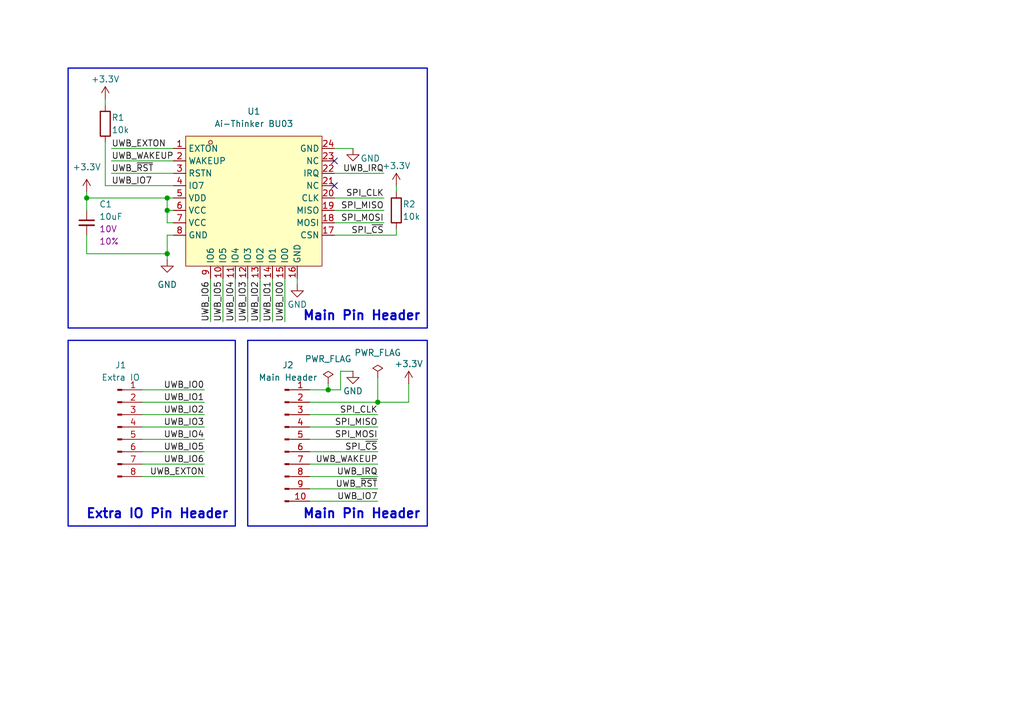
<source format=kicad_sch>
(kicad_sch (version 20250114) (generator "eeschema") (generator_version "9.0")
  (paper "A5")
  (title_block (title "Breakout Board for Ai-Thinker BU03") (date "2025-09-18") (rev "v1.0") (company "Designed by Adrien Lesage") (comment 1 "© CC BY-SA 4.0"))
  (lib_symbols
    (symbol "Connector:Conn_01x08_Pin" (pin_names (offset 1.016) (hide yes))
      (property "Reference" "J" (at 0 10.16 0))
      (property "Value" "Conn_01x08_Pin" (at 0 -12.7 0))
      (symbol "Conn_01x08_Pin_1_1"
        (rectangle (start 0.8636 7.747) (end 0 7.493) (stroke (width 0.1524)) (fill (type outline)))
        (rectangle (start 0.8636 5.207) (end 0 4.953) (stroke (width 0.1524)) (fill (type outline)))
        (rectangle (start 0.8636 2.667) (end 0 2.413) (stroke (width 0.1524)) (fill (type outline)))
        (rectangle (start 0.8636 0.127) (end 0 -0.127) (stroke (width 0.1524)) (fill (type outline)))
        (rectangle (start 0.8636 -2.413) (end 0 -2.667) (stroke (width 0.1524)) (fill (type outline)))
        (rectangle (start 0.8636 -4.953) (end 0 -5.207) (stroke (width 0.1524)) (fill (type outline)))
        (rectangle (start 0.8636 -7.493) (end 0 -7.747) (stroke (width 0.1524)) (fill (type outline)))
        (rectangle (start 0.8636 -10.033) (end 0 -10.287) (stroke (width 0.1524)) (fill (type outline)))
        (polyline (pts (xy 1.27 7.62) (xy 0.8636 7.62)) (stroke (width 0.1524)))
        (polyline (pts (xy 1.27 5.08) (xy 0.8636 5.08)) (stroke (width 0.1524)))
        (polyline (pts (xy 1.27 2.54) (xy 0.8636 2.54)) (stroke (width 0.1524)))
        (polyline (pts (xy 1.27 0) (xy 0.8636 0)) (stroke (width 0.1524)))
        (polyline (pts (xy 1.27 -2.54) (xy 0.8636 -2.54)) (stroke (width 0.1524)))
        (polyline (pts (xy 1.27 -5.08) (xy 0.8636 -5.08)) (stroke (width 0.1524)))
        (polyline (pts (xy 1.27 -7.62) (xy 0.8636 -7.62)) (stroke (width 0.1524)))
        (polyline (pts (xy 1.27 -10.16) (xy 0.8636 -10.16)) (stroke (width 0.1524)))
        (pin passive line (at 5.08 7.62 180) (length 3.81) (name "Pin_1") (number "1"))
        (pin passive line (at 5.08 5.08 180) (length 3.81) (name "Pin_2") (number "2"))
        (pin passive line (at 5.08 2.54 180) (length 3.81) (name "Pin_3") (number "3"))
        (pin passive line (at 5.08 0 180) (length 3.81) (name "Pin_4") (number "4"))
        (pin passive line (at 5.08 -2.54 180) (length 3.81) (name "Pin_5") (number "5"))
        (pin passive line (at 5.08 -5.08 180) (length 3.81) (name "Pin_6") (number "6"))
        (pin passive line (at 5.08 -7.62 180) (length 3.81) (name "Pin_7") (number "7"))
        (pin passive line (at 5.08 -10.16 180) (length 3.81) (name "Pin_8") (number "8"))
      )
    )
    (symbol "Connector:Conn_01x10_Pin" (pin_names (offset 1.016) (hide yes))
      (property "Reference" "J" (at 0 12.7 0))
      (property "Value" "Conn_01x10_Pin" (at 0 -15.24 0))
      (symbol "Conn_01x10_Pin_1_1"
        (rectangle (start 0.8636 10.287) (end 0 10.033) (stroke (width 0.1524)) (fill (type outline)))
        (rectangle (start 0.8636 7.747) (end 0 7.493) (stroke (width 0.1524)) (fill (type outline)))
        (rectangle (start 0.8636 5.207) (end 0 4.953) (stroke (width 0.1524)) (fill (type outline)))
        (rectangle (start 0.8636 2.667) (end 0 2.413) (stroke (width 0.1524)) (fill (type outline)))
        (rectangle (start 0.8636 0.127) (end 0 -0.127) (stroke (width 0.1524)) (fill (type outline)))
        (rectangle (start 0.8636 -2.413) (end 0 -2.667) (stroke (width 0.1524)) (fill (type outline)))
        (rectangle (start 0.8636 -4.953) (end 0 -5.207) (stroke (width 0.1524)) (fill (type outline)))
        (rectangle (start 0.8636 -7.493) (end 0 -7.747) (stroke (width 0.1524)) (fill (type outline)))
        (rectangle (start 0.8636 -10.033) (end 0 -10.287) (stroke (width 0.1524)) (fill (type outline)))
        (rectangle (start 0.8636 -12.573) (end 0 -12.827) (stroke (width 0.1524)) (fill (type outline)))
        (polyline (pts (xy 1.27 10.16) (xy 0.8636 10.16)) (stroke (width 0.1524)))
        (polyline (pts (xy 1.27 7.62) (xy 0.8636 7.62)) (stroke (width 0.1524)))
        (polyline (pts (xy 1.27 5.08) (xy 0.8636 5.08)) (stroke (width 0.1524)))
        (polyline (pts (xy 1.27 2.54) (xy 0.8636 2.54)) (stroke (width 0.1524)))
        (polyline (pts (xy 1.27 0) (xy 0.8636 0)) (stroke (width 0.1524)))
        (polyline (pts (xy 1.27 -2.54) (xy 0.8636 -2.54)) (stroke (width 0.1524)))
        (polyline (pts (xy 1.27 -5.08) (xy 0.8636 -5.08)) (stroke (width 0.1524)))
        (polyline (pts (xy 1.27 -7.62) (xy 0.8636 -7.62)) (stroke (width 0.1524)))
        (polyline (pts (xy 1.27 -10.16) (xy 0.8636 -10.16)) (stroke (width 0.1524)))
        (polyline (pts (xy 1.27 -12.7) (xy 0.8636 -12.7)) (stroke (width 0.1524)))
        (pin passive line (at 5.08 10.16 180) (length 3.81) (name "Pin_1") (number "1"))
        (pin passive line (at 5.08 7.62 180) (length 3.81) (name "Pin_2") (number "2"))
        (pin passive line (at 5.08 5.08 180) (length 3.81) (name "Pin_3") (number "3"))
        (pin passive line (at 5.08 2.54 180) (length 3.81) (name "Pin_4") (number "4"))
        (pin passive line (at 5.08 0 180) (length 3.81) (name "Pin_5") (number "5"))
        (pin passive line (at 5.08 -2.54 180) (length 3.81) (name "Pin_6") (number "6"))
        (pin passive line (at 5.08 -5.08 180) (length 3.81) (name "Pin_7") (number "7"))
        (pin passive line (at 5.08 -7.62 180) (length 3.81) (name "Pin_8") (number "8"))
        (pin passive line (at 5.08 -10.16 180) (length 3.81) (name "Pin_9") (number "9"))
        (pin passive line (at 5.08 -12.7 180) (length 3.81) (name "Pin_10") (number "10"))
      )
    )
    (symbol "Device:R" (pin_numbers (hide yes)) (pin_names (offset 0))
      (property "Reference" "R" (at 2.032 0 90))
      (property "Value" "R" (at 0 0 90))
      (symbol "R_0_1"
        (rectangle (start -1.016 -2.54) (end 1.016 2.54) (stroke (width 0.254)))
      )
      (symbol "R_1_1"
        (pin passive line (at 0 3.81 270) (length 1.27) (name "~") (number "1"))
        (pin passive line (at 0 -3.81 90) (length 1.27) (name "~") (number "2"))
      )
    )
    (symbol "SparkFun-Capacitor:C" (pin_numbers (hide yes)) (pin_names (offset 0.254))
      (property "Reference" "C" (at 0.635 2.54 0))
      (property "Value" "C" (at 0.635 -2.54 0))
      (property "Voltage" "1kV" (at 0 -6.35 0))
      (property "Tolerance" "100%" (at 0 -8.89 0))
      (symbol "C_0_1"
        (polyline (pts (xy -1.524 0.508) (xy 1.524 0.508)) (stroke (width 0.3048)))
        (polyline (pts (xy -1.524 -0.508) (xy 1.524 -0.508)) (stroke (width 0.3302)))
      )
      (symbol "C_1_1"
        (pin passive line (at 0 2.54 270) (length 2.032) (name "~") (number "1"))
        (pin passive line (at 0 -2.54 90) (length 2.032) (name "~") (number "2"))
      )
    )
    (symbol "easyeda2kicad:BU03"
      (property "Reference" "U" (at 0 20.574 0))
      (property "Value" "Ai-Thinker BU03" (at 0 18.034 0))
      (symbol "BU03_0_1"
        (rectangle (start -13.97 16.51) (end 13.97 -10.16) (fill (type background)))
        (circle (center -8.89 15.24) (radius 0.38))
        (pin unspecified line (at -16.51 13.97 0) (length 2.54) (name "EXTON") (number "1"))
        (pin unspecified line (at -16.51 11.43 0) (length 2.54) (name "WAKEUP") (number "2"))
        (pin unspecified line (at -16.51 8.89 0) (length 2.54) (name "RSTN") (number "3"))
        (pin unspecified line (at -16.51 6.35 0) (length 2.54) (name "IO7") (number "4"))
        (pin unspecified line (at -16.51 3.81 0) (length 2.54) (name "VDD") (number "5"))
        (pin unspecified line (at -16.51 1.27 0) (length 2.54) (name "VCC") (number "6"))
        (pin unspecified line (at -16.51 -1.27 0) (length 2.54) (name "VCC") (number "7"))
        (pin unspecified line (at -16.51 -3.81 0) (length 2.54) (name "GND") (number "8"))
        (pin unspecified line (at -8.89 -12.7 90) (length 2.54) (name "IO6") (number "9"))
        (pin unspecified line (at -6.35 -12.7 90) (length 2.54) (name "IO5") (number "10"))
        (pin unspecified line (at -3.81 -12.7 90) (length 2.54) (name "IO4") (number "11"))
        (pin unspecified line (at -1.27 -12.7 90) (length 2.54) (name "IO3") (number "12"))
        (pin unspecified line (at 1.27 -12.7 90) (length 2.54) (name "IO2") (number "13"))
        (pin unspecified line (at 3.81 -12.7 90) (length 2.54) (name "IO1") (number "14"))
        (pin unspecified line (at 6.35 -12.7 90) (length 2.54) (name "IO0") (number "15"))
        (pin unspecified line (at 8.89 -12.7 90) (length 2.54) (name "GND") (number "16"))
        (pin unspecified line (at 16.51 13.97 180) (length 2.54) (name "GND") (number "24"))
        (pin unspecified line (at 16.51 11.43 180) (length 2.54) (name "NC") (number "23"))
        (pin unspecified line (at 16.51 8.89 180) (length 2.54) (name "IRQ") (number "22"))
        (pin unspecified line (at 16.51 6.35 180) (length 2.54) (name "NC") (number "21"))
        (pin unspecified line (at 16.51 3.81 180) (length 2.54) (name "CLK") (number "20"))
        (pin unspecified line (at 16.51 1.27 180) (length 2.54) (name "MISO") (number "19"))
        (pin unspecified line (at 16.51 -1.27 180) (length 2.54) (name "MOSI") (number "18"))
        (pin unspecified line (at 16.51 -3.81 180) (length 2.54) (name "CSN") (number "17"))
      )
    )
    (symbol "power:+3.3V" (power) (pin_numbers (hide yes)) (pin_names (offset 0) (hide yes))
      (property "Value" "+3.3V" (at 0 3.556 0))
      (symbol "+3.3V_0_1"
        (polyline (pts (xy -0.762 1.27) (xy 0 2.54)))
        (polyline (pts (xy 0 2.54) (xy 0.762 1.27)))
        (polyline (pts (xy 0 0) (xy 0 2.54)))
      )
      (symbol "+3.3V_1_1"
        (pin power_in line (at 0 0 90) (length 0) (name "~") (number "1"))
      )
    )
    (symbol "power:GND" (power) (pin_numbers (hide yes)) (pin_names (offset 0) (hide yes))
      (property "Value" "GND" (at 0 -3.81 0))
      (symbol "GND_0_1"
        (polyline (pts (xy 0 0) (xy 0 -1.27) (xy 1.27 -1.27) (xy 0 -2.54) (xy -1.27 -1.27) (xy 0 -1.27)))
      )
      (symbol "GND_1_1"
        (pin power_in line (at 0 0 270) (length 0) (name "~") (number "1"))
      )
    )
    (symbol "power:PWR_FLAG" (power) (pin_numbers (hide yes)) (pin_names (offset 0) (hide yes))
      (property "Value" "PWR_FLAG" (at 0 3.81 0))
      (symbol "PWR_FLAG_0_0"
        (pin power_out line (at 0 0 90) (length 0) (name "~") (number "1"))
      )
      (symbol "PWR_FLAG_0_1"
        (polyline (pts (xy 0 0) (xy 0 1.27) (xy -1.016 1.905) (xy 0 2.54) (xy 1.016 1.905) (xy 0 1.27)))
      )
    )
  )
  (rectangle (start 13.97 13.97) (end 87.63 67.31) (stroke (width 0.254)))
  (rectangle (start 50.8 69.85) (end 87.63 107.95) (stroke (width 0.254)))
  (rectangle (start 13.97 69.85) (end 48.26 107.95) (stroke (width 0.254)))
  (text "Main Pin Header" (at 86.36 66.04 0) (effects (font (size 1.905 1.905) (thickness 0.381) (bold yes)) (justify right bottom)))
  (text "Extra IO Pin Header" (at 46.99 106.68 0) (effects (font (size 1.905 1.905) (thickness 0.381) (bold yes)) (justify right bottom)))
  (text "Main Pin Header" (at 86.36 106.68 0) (effects (font (size 1.905 1.905) (thickness 0.381) (bold yes)) (justify right bottom)))
  (junction (at 77.47 82.55))
  (junction (at 34.29 52.07))
  (junction (at 17.78 40.64))
  (junction (at 67.31 80.01))
  (junction (at 34.29 43.18))
  (junction (at 34.29 40.64))
  (no_connect (at 68.58 33.02))
  (no_connect (at 68.58 38.1))
  (wire (pts (xy 22.86 33.02) (xy 35.56 33.02)))
  (wire (pts (xy 63.5 82.55) (xy 77.47 82.55)))
  (wire (pts (xy 34.29 40.64) (xy 35.56 40.64)))
  (wire (pts (xy 17.78 43.18) (xy 17.78 40.64)))
  (wire (pts (xy 17.78 48.26) (xy 17.78 52.07)))
  (wire (pts (xy 58.42 57.15) (xy 58.42 66.04)))
  (wire (pts (xy 50.8 57.15) (xy 50.8 66.04)))
  (wire (pts (xy 35.56 45.72) (xy 34.29 45.72)))
  (wire (pts (xy 72.39 30.48) (xy 68.58 30.48)))
  (wire (pts (xy 41.91 85.09) (xy 29.21 85.09)))
  (wire (pts (xy 17.78 40.64) (xy 34.29 40.64)))
  (wire (pts (xy 55.88 57.15) (xy 55.88 66.04)))
  (wire (pts (xy 21.59 38.1) (xy 21.59 29.21)))
  (wire (pts (xy 41.91 92.71) (xy 29.21 92.71)))
  (wire (pts (xy 77.47 77.47) (xy 77.47 82.55)))
  (wire (pts (xy 43.18 66.04) (xy 43.18 57.15)))
  (wire (pts (xy 77.47 97.79) (xy 63.5 97.79)))
  (wire (pts (xy 67.31 80.01) (xy 67.31 78.74)))
  (wire (pts (xy 68.58 43.18) (xy 78.74 43.18)))
  (wire (pts (xy 77.47 100.33) (xy 63.5 100.33)))
  (wire (pts (xy 34.29 43.18) (xy 35.56 43.18)))
  (wire (pts (xy 53.34 57.15) (xy 53.34 66.04)))
  (wire (pts (xy 21.59 20.32) (xy 21.59 21.59)))
  (wire (pts (xy 48.26 57.15) (xy 48.26 66.04)))
  (wire (pts (xy 60.96 57.15) (xy 60.96 58.42)))
  (wire (pts (xy 69.85 76.2) (xy 72.39 76.2)))
  (wire (pts (xy 63.5 85.09) (xy 77.47 85.09)))
  (wire (pts (xy 17.78 52.07) (xy 34.29 52.07)))
  (wire (pts (xy 41.91 95.25) (xy 29.21 95.25)))
  (wire (pts (xy 68.58 35.56) (xy 78.74 35.56)))
  (wire (pts (xy 34.29 52.07) (xy 34.29 48.26)))
  (wire (pts (xy 83.82 82.55) (xy 77.47 82.55)))
  (wire (pts (xy 63.5 80.01) (xy 67.31 80.01)))
  (wire (pts (xy 81.28 38.1) (xy 81.28 39.37)))
  (wire (pts (xy 45.72 57.15) (xy 45.72 66.04)))
  (wire (pts (xy 17.78 39.37) (xy 17.78 40.64)))
  (wire (pts (xy 77.47 92.71) (xy 63.5 92.71)))
  (wire (pts (xy 77.47 102.87) (xy 63.5 102.87)))
  (wire (pts (xy 34.29 45.72) (xy 34.29 43.18)))
  (wire (pts (xy 41.91 80.01) (xy 29.21 80.01)))
  (wire (pts (xy 77.47 95.25) (xy 63.5 95.25)))
  (wire (pts (xy 68.58 40.64) (xy 78.74 40.64)))
  (wire (pts (xy 41.91 90.17) (xy 29.21 90.17)))
  (wire (pts (xy 22.86 35.56) (xy 35.56 35.56)))
  (wire (pts (xy 34.29 43.18) (xy 34.29 40.64)))
  (wire (pts (xy 67.31 80.01) (xy 69.85 80.01)))
  (wire (pts (xy 68.58 45.72) (xy 78.74 45.72)))
  (wire (pts (xy 41.91 97.79) (xy 29.21 97.79)))
  (wire (pts (xy 22.86 30.48) (xy 35.56 30.48)))
  (wire (pts (xy 34.29 53.34) (xy 34.29 52.07)))
  (wire (pts (xy 21.59 38.1) (xy 35.56 38.1)))
  (wire (pts (xy 69.85 80.01) (xy 69.85 76.2)))
  (wire (pts (xy 63.5 87.63) (xy 77.47 87.63)))
  (wire (pts (xy 41.91 82.55) (xy 29.21 82.55)))
  (wire (pts (xy 41.91 87.63) (xy 29.21 87.63)))
  (wire (pts (xy 77.47 90.17) (xy 63.5 90.17)))
  (wire (pts (xy 34.29 48.26) (xy 35.56 48.26)))
  (wire (pts (xy 81.28 48.26) (xy 81.28 46.99)))
  (wire (pts (xy 83.82 78.74) (xy 83.82 82.55)))
  (wire (pts (xy 68.58 48.26) (xy 81.28 48.26)))
  (label "UWB_~{RST}" (at 22.86 35.56 0))
  (label "SPI_~{CS}" (at 77.47 92.71 180))
  (label "UWB_IO0" (at 58.42 66.04 90))
  (label "UWB_IO6" (at 43.18 66.04 90))
  (label "SPI_~{CS}" (at 78.74 48.26 180))
  (label "UWB_IO5" (at 41.91 92.71 180))
  (label "UWB_IO4" (at 41.91 90.17 180))
  (label "SPI_CLK" (at 77.47 85.09 180))
  (label "UWB_IO2" (at 41.91 85.09 180))
  (label "SPI_MISO" (at 78.74 43.18 180))
  (label "UWB_IRQ" (at 78.74 35.56 180))
  (label "UWB_~{RST}" (at 77.47 100.33 180))
  (label "UWB_WAKEUP" (at 77.47 95.25 180))
  (label "UWB_IO0" (at 41.91 80.01 180))
  (label "UWB_IO4" (at 48.26 66.04 90))
  (label "UWB_IO7" (at 77.47 102.87 180))
  (label "SPI_CLK" (at 78.74 40.64 180))
  (label "SPI_MISO" (at 77.47 87.63 180))
  (label "UWB_IO3" (at 41.91 87.63 180))
  (label "UWB_IO2" (at 53.34 66.04 90))
  (label "UWB_EXTON" (at 41.91 97.79 180))
  (label "UWB_IO5" (at 45.72 66.04 90))
  (label "UWB_IO6" (at 41.91 95.25 180))
  (label "SPI_MOSI" (at 77.47 90.17 180))
  (label "UWB_IO1" (at 41.91 82.55 180))
  (label "UWB_EXTON" (at 22.86 30.48 0))
  (label "UWB_IO1" (at 55.88 66.04 90))
  (label "UWB_IO3" (at 50.8 66.04 90))
  (label "UWB_IO7" (at 22.86 38.1 0))
  (label "UWB_IRQ" (at 77.47 97.79 180))
  (label "UWB_WAKEUP" (at 22.86 33.02 0))
  (label "SPI_MOSI" (at 78.74 45.72 180))
  (symbol (lib_id "power:GND") (at 72.39 76.2 0) (unit 1)
    (property "Reference" "#PWR06" (effects (hide yes)))
    (property "Value" "GND" (at 72.39 80.264 0))
    (property "Description" "Power symbol creates a global label with name \"GND\" , ground" (effects (hide yes)))
  )
  (symbol (lib_id "Connector:Conn_01x10_Pin") (at 58.42 90.17 0) (unit 1)
    (property "Reference" "J2" (at 59.055 74.93 0))
    (property "Value" "Main Header" (at 59.055 77.47 0))
    (property "Footprint" "Connector_PinHeader_2.54mm:PinHeader_1x10_P2.54mm_Vertical" (effects (hide yes)))
    (property "Description" "Generic connector, single row, 01x10, script generated" (effects (hide yes)))
  )
  (symbol (lib_id "Connector:Conn_01x08_Pin") (at 24.13 87.63 0) (unit 1)
    (property "Reference" "J1" (at 24.765 74.93 0))
    (property "Value" "Extra IO" (at 24.765 77.47 0))
    (property "Footprint" "Connector_PinHeader_2.54mm:PinHeader_1x08_P2.54mm_Vertical" (effects (hide yes)))
    (property "Description" "Generic connector, single row, 01x08, script generated" (effects (hide yes)))
  )
  (symbol (lib_id "power:PWR_FLAG") (at 77.47 77.47 0) (unit 1)
    (property "Reference" "#FLG02" (effects (hide yes)))
    (property "Value" "PWR_FLAG" (at 77.47 72.39 0))
    (property "Description" "Special symbol for telling ERC where power comes from" (effects (hide yes)))
  )
  (symbol (lib_id "SparkFun-Capacitor:C") (at 17.78 45.72 0) (unit 1)
    (property "Reference" "C1" (at 20.32 41.9162 0) (effects (justify left)))
    (property "Value" "10uF" (at 20.32 44.4562 0) (effects (justify left)))
    (property "Footprint" "Capacitor_SMD:C_0603_1608Metric_Pad1.08x0.95mm_HandSolder" (effects (hide yes)))
    (property "Datasheet" "https://cdn.sparkfun.com/assets/8/a/4/a/5/Kemet_Capacitor_Datasheet.pdf" (effects (hide yes)))
    (property "Description" "Unpolarized capacitor" (effects (hide yes)))
    (property "PROD_ID" "CAP-00000" (effects (hide yes)))
    (property "Voltage" "10V" (at 20.32 46.9962 0) (effects (justify left)))
    (property "Tolerance" "10%" (at 20.32 49.5362 0) (effects (justify left)))
  )
  (symbol (lib_id "power:GND") (at 60.96 58.42 0) (unit 1)
    (property "Reference" "#PWR04" (effects (hide yes)))
    (property "Value" "GND" (at 60.96 62.484 0))
    (property "Description" "Power symbol creates a global label with name \"GND\" , ground" (effects (hide yes)))
  )
  (symbol (lib_id "easyeda2kicad:BU03") (at 52.07 44.45 0) (unit 1)
    (property "Reference" "U1" (at 52.07 22.86 0))
    (property "Value" "Ai-Thinker BU03" (at 52.07 25.4 0))
    (property "Footprint" "easyeda2kicad:WIRELM-SMD_BU03" (effects (hide yes)))
    (property "LCSC Part" "C42419011" (effects (hide yes)))
  )
  (symbol (lib_id "power:PWR_FLAG") (at 67.31 78.74 0) (unit 1)
    (property "Reference" "#FLG01" (effects (hide yes)))
    (property "Value" "PWR_FLAG" (at 67.31 73.66 0))
    (property "Description" "Special symbol for telling ERC where power comes from" (effects (hide yes)))
  )
  (symbol (lib_id "Device:R") (at 21.59 25.4 0) (unit 1)
    (property "Reference" "R1" (at 22.86 24.13 0) (effects (justify left)))
    (property "Value" "10k" (at 22.86 26.67 0) (effects (justify left)))
    (property "Footprint" "Resistor_SMD:R_0603_1608Metric_Pad0.98x0.95mm_HandSolder" (effects (hide yes)))
    (property "Description" "Resistor" (effects (hide yes)))
  )
  (symbol (lib_id "power:+3.3V") (at 83.82 78.74 0) (unit 1)
    (property "Reference" "#PWR08" (effects (hide yes)))
    (property "Value" "+3.3V" (at 83.82 74.676 0))
    (property "Description" "Power symbol creates a global label with name \"+3.3V\"" (effects (hide yes)))
  )
  (symbol (lib_id "power:+3.3V") (at 17.78 39.37 0) (unit 1)
    (property "Reference" "#PWR01" (effects (hide yes)))
    (property "Value" "+3.3V" (at 17.78 34.29 0))
    (property "Description" "Power symbol creates a global label with name \"+3.3V\"" (effects (hide yes)))
  )
  (symbol (lib_id "power:+3.3V") (at 21.59 20.32 0) (unit 1)
    (property "Reference" "#PWR02" (effects (hide yes)))
    (property "Value" "+3.3V" (at 21.59 16.256 0))
    (property "Description" "Power symbol creates a global label with name \"+3.3V\"" (effects (hide yes)))
  )
  (symbol (lib_id "power:+3.3V") (at 81.28 38.1 0) (unit 1)
    (property "Reference" "#PWR07" (effects (hide yes)))
    (property "Value" "+3.3V" (at 81.28 34.036 0))
    (property "Description" "Power symbol creates a global label with name \"+3.3V\"" (effects (hide yes)))
  )
  (symbol (lib_id "power:GND") (at 34.29 53.34 0) (unit 1)
    (property "Reference" "#PWR03" (effects (hide yes)))
    (property "Value" "GND" (at 34.29 58.42 0))
    (property "Description" "Power symbol creates a global label with name \"GND\" , ground" (effects (hide yes)))
  )
  (symbol (lib_id "power:GND") (at 72.39 30.48 0) (unit 1)
    (property "Reference" "#PWR05" (effects (hide yes)))
    (property "Value" "GND" (at 75.946 32.512 0))
    (property "Description" "Power symbol creates a global label with name \"GND\" , ground" (effects (hide yes)))
  )
  (symbol (lib_id "Device:R") (at 81.28 43.18 0) (unit 1)
    (property "Reference" "R2" (at 82.55 41.91 0) (effects (justify left)))
    (property "Value" "10k" (at 82.55 44.45 0) (effects (justify left)))
    (property "Footprint" "Resistor_SMD:R_0603_1608Metric_Pad0.98x0.95mm_HandSolder" (effects (hide yes)))
    (property "Description" "Resistor" (effects (hide yes)))
  )
)
</source>
